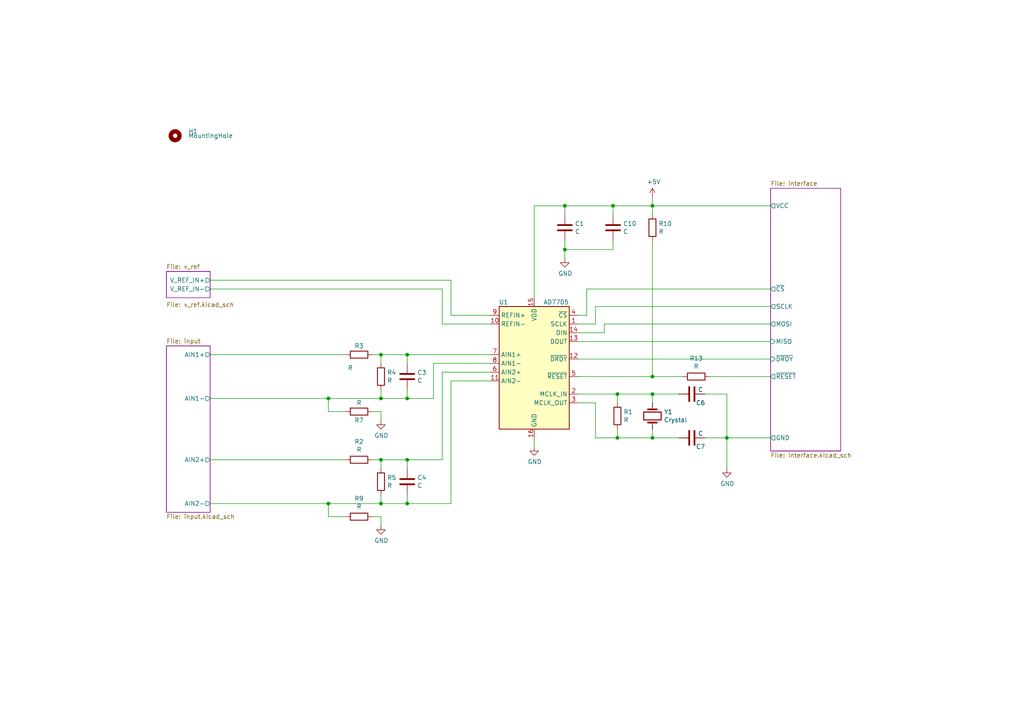
<source format=kicad_sch>
(kicad_sch (version 20200714) (host eeschema "(5.99.0-2364-g42a2f1346)")
  (page 1 4)
  (paper "A4")
  (title_block (title "AD7705 Module") (date "2019-11-17") (rev "1") (company "Wild Workshop"))
  (lib_symbols
    (symbol "AD7705:AD7705"
      (property "Reference" "U" (at -8.89 19.05 0))
      (property "Value" "AD7705" (at 6.35 19.05 0))
      (symbol "AD7705_0_1"
        (rectangle (start -10.16 -17.78) (end 10.16 17.78) (stroke (width 0.254)) (fill (type background)))
        (pin input line (at 12.7 12.7 180) (length 2.54) (name "SCLK") (number "1"))
        (pin input line (at -12.7 12.7 0) (length 2.54) (name "REFIN-") (number "10"))
        (pin input line (at -12.7 -3.81 0) (length 2.54) (name "AIN2-") (number "11"))
        (pin output line (at 12.7 2.54 180) (length 2.54) (name "~DRDY") (number "12"))
        (pin input line (at 12.7 7.62 180) (length 2.54) (name "DOUT") (number "13"))
        (pin input line (at 12.7 10.16 180) (length 2.54) (name "DIN") (number "14"))
        (pin power_in line (at 0 20.32 270) (length 2.54) (name "VDD") (number "15"))
        (pin power_in line (at 0 -20.32 90) (length 2.54) (name "GND") (number "16"))
        (pin input line (at 12.7 -7.62 180) (length 2.54) (name "MCLK_IN") (number "2"))
        (pin output line (at 12.7 -10.16 180) (length 2.54) (name "MCLK_OUT") (number "3"))
        (pin input line (at 12.7 15.24 180) (length 2.54) (name "~CS") (number "4"))
        (pin input line (at 12.7 -2.54 180) (length 2.54) (name "~RESET") (number "5"))
        (pin input line (at -12.7 -1.27 0) (length 2.54) (name "AIN2+") (number "6"))
        (pin input line (at -12.7 3.81 0) (length 2.54) (name "AIN1+") (number "7"))
        (pin input line (at -12.7 1.27 0) (length 2.54) (name "AIN1-") (number "8"))
        (pin input line (at -12.7 15.24 0) (length 2.54) (name "REFIN+") (number "9"))
      )
    )
    (symbol "Device:C" (pin_numbers hide) (pin_names (offset 0.254))
      (property "Reference" "C" (at 0.635 2.54 0))
      (property "Value" "C" (at 0.635 -2.54 0))
      (symbol "C_0_1"
        (polyline (pts (xy -2.032 -0.762) (xy 2.032 -0.762)) (stroke (width 0.508)))
        (polyline (pts (xy -2.032 0.762) (xy 2.032 0.762)) (stroke (width 0.508)))
      )
      (symbol "C_1_1"
        (pin passive line (at 0 3.81 270) (length 2.794) (name "~") (number "1"))
        (pin passive line (at 0 -3.81 90) (length 2.794) (name "~") (number "2"))
      )
    )
    (symbol "Device:Crystal" (pin_numbers hide) (pin_names hide)
      (property "Reference" "Y" (at 0 3.81 0))
      (property "Value" "Crystal" (at 0 -3.81 0))
      (symbol "Crystal_0_1"
        (rectangle (start -1.143 2.54) (end 1.143 -2.54) (stroke (width 0.3048)))
        (polyline (pts (xy -2.54 0) (xy -1.905 0)))
        (polyline (pts (xy -1.905 -1.27) (xy -1.905 1.27)) (stroke (width 0.508)))
        (polyline (pts (xy 1.905 -1.27) (xy 1.905 1.27)) (stroke (width 0.508)))
        (polyline (pts (xy 2.54 0) (xy 1.905 0)))
      )
      (symbol "Crystal_1_1"
        (pin passive line (at -3.81 0 0) (length 1.27) (name "1") (number "1"))
        (pin passive line (at 3.81 0 180) (length 1.27) (name "2") (number "2"))
      )
    )
    (symbol "Device:R" (pin_numbers hide) (pin_names (offset 0))
      (property "Reference" "R" (at 2.032 0 90))
      (property "Value" "R" (at 0 0 90))
      (symbol "R_0_1"
        (rectangle (start -1.016 -2.54) (end 1.016 2.54) (stroke (width 0.254)))
      )
      (symbol "R_1_1"
        (pin passive line (at 0 3.81 270) (length 1.27) (name "~") (number "1"))
        (pin passive line (at 0 -3.81 90) (length 1.27) (name "~") (number "2"))
      )
    )
    (symbol "Mechanical:MountingHole"
      (property "Reference" "H" (at 0 5.08 0))
      (property "Value" "MountingHole" (at 0 3.175 0))
      (symbol "MountingHole_0_1"
        (circle (center 0 0) (radius 1.27) (stroke (width 1.27)))
      )
    )
    (symbol "power:+5V" (power) (pin_names (offset 0))
      (property "Value" "+5V" (at 0 3.556 0))
      (symbol "+5V_0_1"
        (polyline (pts (xy -0.762 1.27) (xy 0 2.54)))
        (polyline (pts (xy 0 0) (xy 0 2.54)))
        (polyline (pts (xy 0 2.54) (xy 0.762 1.27)))
      )
      (symbol "+5V_1_1"
        (pin power_in line (at 0 0 90) (length 0) hide (name "+5V") (number "1"))
      )
    )
    (symbol "power:GND" (power) (pin_names (offset 0))
      (property "Value" "GND" (at 0 -3.81 0))
      (symbol "GND_0_1"
        (polyline (pts (xy 0 0) (xy 0 -1.27) (xy 1.27 -1.27) (xy 0 -2.54) (xy -1.27 -1.27) (xy 0 -1.27)))
      )
      (symbol "GND_1_1"
        (pin power_in line (at 0 0 270) (length 0) hide (name "GND") (number "1"))
      )
    )
  )
  (junction (at 95.25 115.57))
  (junction (at 95.25 146.05))
  (junction (at 110.49 102.87))
  (junction (at 110.49 115.57))
  (junction (at 110.49 133.35))
  (junction (at 110.49 146.05))
  (junction (at 118.11 102.87))
  (junction (at 118.11 115.57))
  (junction (at 118.11 133.35))
  (junction (at 118.11 146.05))
  (junction (at 163.83 59.69))
  (junction (at 163.83 72.39))
  (junction (at 177.8 59.69))
  (junction (at 179.07 114.3))
  (junction (at 179.07 127))
  (junction (at 189.23 59.69))
  (junction (at 189.23 109.22))
  (junction (at 189.23 114.3))
  (junction (at 189.23 127))
  (junction (at 210.82 127))
  (wire (pts (xy 60.96 115.57) (xy 95.25 115.57)))
  (wire (pts (xy 60.96 146.05) (xy 95.25 146.05)))
  (wire (pts (xy 95.25 115.57) (xy 110.49 115.57)))
  (wire (pts (xy 95.25 119.38) (xy 95.25 115.57)))
  (wire (pts (xy 95.25 146.05) (xy 95.25 149.86)))
  (wire (pts (xy 95.25 146.05) (xy 110.49 146.05)))
  (wire (pts (xy 95.25 149.86) (xy 100.33 149.86)))
  (wire (pts (xy 100.33 102.87) (xy 60.96 102.87)))
  (wire (pts (xy 100.33 119.38) (xy 95.25 119.38)))
  (wire (pts (xy 100.33 133.35) (xy 60.96 133.35)))
  (wire (pts (xy 107.95 102.87) (xy 110.49 102.87)))
  (wire (pts (xy 107.95 119.38) (xy 110.49 119.38)))
  (wire (pts (xy 107.95 133.35) (xy 110.49 133.35)))
  (wire (pts (xy 107.95 149.86) (xy 110.49 149.86)))
  (wire (pts (xy 110.49 102.87) (xy 110.49 105.41)))
  (wire (pts (xy 110.49 102.87) (xy 118.11 102.87)))
  (wire (pts (xy 110.49 113.03) (xy 110.49 115.57)))
  (wire (pts (xy 110.49 119.38) (xy 110.49 121.92)))
  (wire (pts (xy 110.49 133.35) (xy 110.49 135.89)))
  (wire (pts (xy 110.49 133.35) (xy 118.11 133.35)))
  (wire (pts (xy 110.49 143.51) (xy 110.49 146.05)))
  (wire (pts (xy 110.49 149.86) (xy 110.49 152.4)))
  (wire (pts (xy 118.11 102.87) (xy 118.11 105.41)))
  (wire (pts (xy 118.11 102.87) (xy 142.24 102.87)))
  (wire (pts (xy 118.11 113.03) (xy 118.11 115.57)))
  (wire (pts (xy 118.11 115.57) (xy 110.49 115.57)))
  (wire (pts (xy 118.11 115.57) (xy 125.73 115.57)))
  (wire (pts (xy 118.11 133.35) (xy 118.11 135.89)))
  (wire (pts (xy 118.11 133.35) (xy 128.27 133.35)))
  (wire (pts (xy 118.11 143.51) (xy 118.11 146.05)))
  (wire (pts (xy 118.11 146.05) (xy 110.49 146.05)))
  (wire (pts (xy 118.11 146.05) (xy 130.81 146.05)))
  (wire (pts (xy 125.73 105.41) (xy 142.24 105.41)))
  (wire (pts (xy 125.73 115.57) (xy 125.73 105.41)))
  (wire (pts (xy 128.27 83.82) (xy 60.96 83.82)))
  (wire (pts (xy 128.27 93.98) (xy 128.27 83.82)))
  (wire (pts (xy 128.27 107.95) (xy 128.27 133.35)))
  (wire (pts (xy 130.81 81.28) (xy 60.96 81.28)))
  (wire (pts (xy 130.81 91.44) (xy 130.81 81.28)))
  (wire (pts (xy 130.81 91.44) (xy 142.24 91.44)))
  (wire (pts (xy 130.81 110.49) (xy 142.24 110.49)))
  (wire (pts (xy 130.81 146.05) (xy 130.81 110.49)))
  (wire (pts (xy 142.24 93.98) (xy 128.27 93.98)))
  (wire (pts (xy 142.24 107.95) (xy 128.27 107.95)))
  (wire (pts (xy 154.94 59.69) (xy 154.94 86.36)))
  (wire (pts (xy 154.94 127) (xy 154.94 129.54)))
  (wire (pts (xy 163.83 59.69) (xy 154.94 59.69)))
  (wire (pts (xy 163.83 59.69) (xy 163.83 62.23)))
  (wire (pts (xy 163.83 72.39) (xy 163.83 69.85)))
  (wire (pts (xy 163.83 72.39) (xy 163.83 74.93)))
  (wire (pts (xy 163.83 72.39) (xy 177.8 72.39)))
  (wire (pts (xy 167.64 93.98) (xy 172.72 93.98)))
  (wire (pts (xy 167.64 96.52) (xy 175.26 96.52)))
  (wire (pts (xy 167.64 99.06) (xy 223.52 99.06)))
  (wire (pts (xy 167.64 104.14) (xy 223.52 104.14)))
  (wire (pts (xy 167.64 114.3) (xy 179.07 114.3)))
  (wire (pts (xy 167.64 116.84) (xy 172.72 116.84)))
  (wire (pts (xy 170.18 83.82) (xy 170.18 91.44)))
  (wire (pts (xy 170.18 91.44) (xy 167.64 91.44)))
  (wire (pts (xy 172.72 88.9) (xy 223.52 88.9)))
  (wire (pts (xy 172.72 93.98) (xy 172.72 88.9)))
  (wire (pts (xy 172.72 116.84) (xy 172.72 127)))
  (wire (pts (xy 172.72 127) (xy 179.07 127)))
  (wire (pts (xy 175.26 93.98) (xy 223.52 93.98)))
  (wire (pts (xy 175.26 96.52) (xy 175.26 93.98)))
  (wire (pts (xy 177.8 59.69) (xy 163.83 59.69)))
  (wire (pts (xy 177.8 59.69) (xy 177.8 62.23)))
  (wire (pts (xy 177.8 72.39) (xy 177.8 69.85)))
  (wire (pts (xy 179.07 114.3) (xy 179.07 116.84)))
  (wire (pts (xy 179.07 114.3) (xy 189.23 114.3)))
  (wire (pts (xy 179.07 127) (xy 179.07 124.46)))
  (wire (pts (xy 179.07 127) (xy 189.23 127)))
  (wire (pts (xy 189.23 57.15) (xy 189.23 59.69)))
  (wire (pts (xy 189.23 59.69) (xy 177.8 59.69)))
  (wire (pts (xy 189.23 59.69) (xy 223.52 59.69)))
  (wire (pts (xy 189.23 62.23) (xy 189.23 59.69)))
  (wire (pts (xy 189.23 69.85) (xy 189.23 109.22)))
  (wire (pts (xy 189.23 109.22) (xy 167.64 109.22)))
  (wire (pts (xy 189.23 109.22) (xy 198.12 109.22)))
  (wire (pts (xy 189.23 114.3) (xy 189.23 116.84)))
  (wire (pts (xy 189.23 114.3) (xy 196.85 114.3)))
  (wire (pts (xy 189.23 127) (xy 189.23 124.46)))
  (wire (pts (xy 189.23 127) (xy 196.85 127)))
  (wire (pts (xy 205.74 109.22) (xy 223.52 109.22)))
  (wire (pts (xy 210.82 114.3) (xy 204.47 114.3)))
  (wire (pts (xy 210.82 114.3) (xy 210.82 127)))
  (wire (pts (xy 210.82 127) (xy 204.47 127)))
  (wire (pts (xy 210.82 127) (xy 210.82 135.89)))
  (wire (pts (xy 210.82 127) (xy 223.52 127)))
  (wire (pts (xy 223.52 83.82) (xy 170.18 83.82)))
  (symbol (lib_id "power:+5V") (at 189.23 57.15 0) (unit 1)
    (property "Reference" "#PWR0102" (effects hide))
    (property "Value" "+5V" (at 189.611 52.7558 0))
  )
  (symbol (lib_id "power:GND") (at 110.49 121.92 0) (unit 1)
    (property "Reference" "#PWR0106" (effects hide))
    (property "Value" "GND" (at 110.617 126.3142 0))
  )
  (symbol (lib_id "power:GND") (at 110.49 152.4 0) (unit 1)
    (property "Reference" "#PWR0105" (effects hide))
    (property "Value" "GND" (at 110.617 156.7942 0))
  )
  (symbol (lib_id "power:GND") (at 154.94 129.54 0) (unit 1)
    (property "Reference" "#PWR0101" (effects hide))
    (property "Value" "GND" (at 155.067 133.9342 0))
  )
  (symbol (lib_id "power:GND") (at 163.83 74.93 0) (unit 1)
    (property "Reference" "#PWR0103" (effects hide))
    (property "Value" "GND" (at 163.957 79.3242 0))
  )
  (symbol (lib_id "power:GND") (at 210.82 135.89 0) (unit 1)
    (property "Reference" "#PWR0104" (effects hide))
    (property "Value" "GND" (at 210.947 140.2842 0))
  )
  (symbol (lib_id "Mechanical:MountingHole") (at 50.8 39.37 0) (unit 1)
    (property "Reference" "H1" (at 54.61 38.1 0) (effects (justify left)))
    (property "Value" "MountingHole" (at 54.61 39.37 0) (effects (justify left)))
    (property "Footprint" "MountingHole:MountingHole_2.2mm_M2_ISO7380" (effects hide))
  )
  (symbol (lib_id "Device:R") (at 104.14 102.87 90) (unit 1)
    (property "Reference" "R3" (at 104.14 100.33 90))
    (property "Value" "R" (at 101.6 106.68 90))
    (property "Footprint" "Resistor_SMD:R_0603_1608Metric" (effects hide))
  )
  (symbol (lib_id "Device:R") (at 104.14 119.38 270) (unit 1)
    (property "Reference" "R7" (at 104.14 121.92 90))
    (property "Value" "R" (at 104.14 116.84 90))
    (property "Footprint" "Resistor_SMD:R_0603_1608Metric" (effects hide))
  )
  (symbol (lib_id "Device:R") (at 104.14 133.35 90) (unit 1)
    (property "Reference" "R2" (at 104.14 128.092 90))
    (property "Value" "R" (at 104.14 130.4036 90))
    (property "Footprint" "Resistor_SMD:R_0603_1608Metric" (effects hide))
  )
  (symbol (lib_id "Device:R") (at 104.14 149.86 270) (unit 1)
    (property "Reference" "R9" (at 104.14 144.602 90))
    (property "Value" "R" (at 104.14 146.9136 90))
    (property "Footprint" "Resistor_SMD:R_0603_1608Metric" (effects hide))
  )
  (symbol (lib_id "Device:R") (at 110.49 109.22 0) (unit 1)
    (property "Reference" "R4" (at 112.268 108.052 0) (effects (justify left)))
    (property "Value" "R" (at 112.268 110.363 0) (effects (justify left)))
    (property "Footprint" "Resistor_SMD:R_0603_1608Metric" (effects hide))
  )
  (symbol (lib_id "Device:R") (at 110.49 139.7 0) (unit 1)
    (property "Reference" "R5" (at 112.268 138.532 0) (effects (justify left)))
    (property "Value" "R" (at 112.268 140.843 0) (effects (justify left)))
    (property "Footprint" "Resistor_SMD:R_0603_1608Metric" (effects hide))
  )
  (symbol (lib_id "Device:R") (at 179.07 120.65 0) (unit 1)
    (property "Reference" "R1" (at 180.848 119.482 0) (effects (justify left)))
    (property "Value" "R" (at 180.848 121.793 0) (effects (justify left)))
    (property "Footprint" "Resistor_SMD:R_0603_1608Metric" (effects hide))
  )
  (symbol (lib_id "Device:R") (at 189.23 66.04 0) (unit 1)
    (property "Reference" "R10" (at 191.008 64.872 0) (effects (justify left)))
    (property "Value" "R" (at 191.008 67.183 0) (effects (justify left)))
    (property "Footprint" "Resistor_SMD:R_0603_1608Metric" (effects hide))
  )
  (symbol (lib_id "Device:R") (at 201.93 109.22 270) (unit 1)
    (property "Reference" "R13" (at 201.93 103.962 90))
    (property "Value" "R" (at 201.93 106.2736 90))
    (property "Footprint" "Resistor_SMD:R_0603_1608Metric" (effects hide))
  )
  (symbol (lib_id "Device:C") (at 118.11 109.22 180) (unit 1)
    (property "Reference" "C3" (at 121.031 108.052 0) (effects (justify right)))
    (property "Value" "C" (at 121.031 110.363 0) (effects (justify right)))
    (property "Footprint" "Capacitor_SMD:C_0603_1608Metric" (effects hide))
  )
  (symbol (lib_id "Device:C") (at 118.11 139.7 180) (unit 1)
    (property "Reference" "C4" (at 121.031 138.532 0) (effects (justify right)))
    (property "Value" "C" (at 121.031 140.843 0) (effects (justify right)))
    (property "Footprint" "Capacitor_SMD:C_0603_1608Metric" (effects hide))
  )
  (symbol (lib_id "Device:C") (at 163.83 66.04 0) (unit 1)
    (property "Reference" "C1" (at 166.751 64.872 0) (effects (justify left)))
    (property "Value" "C" (at 166.751 67.183 0) (effects (justify left)))
    (property "Footprint" "Capacitor_SMD:C_0603_1608Metric" (effects hide))
  )
  (symbol (lib_id "Device:C") (at 177.8 66.04 0) (unit 1)
    (property "Reference" "C10" (at 180.721 64.872 0) (effects (justify left)))
    (property "Value" "C" (at 180.721 67.183 0) (effects (justify left)))
    (property "Footprint" "Capacitor_SMD:C_0603_1608Metric" (effects hide))
  )
  (symbol (lib_id "Device:C") (at 200.66 114.3 270) (unit 1)
    (property "Reference" "C6" (at 203.2 116.84 90))
    (property "Value" "C" (at 203.2 113.03 90))
    (property "Footprint" "Capacitor_SMD:C_0603_1608Metric" (effects hide))
  )
  (symbol (lib_id "Device:C") (at 200.66 127 270) (unit 1)
    (property "Reference" "C7" (at 203.2 129.54 90))
    (property "Value" "C" (at 203.2 125.73 90))
    (property "Footprint" "Capacitor_SMD:C_0603_1608Metric" (effects hide))
  )
  (symbol (lib_id "Device:Crystal") (at 189.23 120.65 270) (unit 1)
    (property "Reference" "Y1" (at 192.5574 119.4816 90) (effects (justify left)))
    (property "Value" "Crystal" (at 192.5574 121.793 90) (effects (justify left)))
    (property "Footprint" "Crystal:Crystal_HC49-4H_Vertical" (effects hide))
  )
  (symbol (lib_id "AD7705:AD7705") (at 154.94 106.68 0) (unit 1)
    (property "Reference" "U1" (at 146.05 87.63 0))
    (property "Value" "AD7705" (at 161.29 87.63 0))
    (property "Footprint" "Package_SO:SOIC-16_4.55x10.3mm_P1.27mm" (effects hide))
  )
  (sheet (at 48.26 100.33) (size 12.7 48.26) (stroke (width 0) (color 132 0 132 1)) (fill (color 255 255 255 0.0000))
    (property "Имя листа" "input" (at 48.26 99.6945 0) (effects (justify left bottom)))
    (property "Sheet file" "input.kicad_sch" (at 48.26 149.0985 0) (effects (justify left top)))
    (pin "AIN1+" output (at 60.96 102.87 0))
    (pin "AIN1-" output (at 60.96 115.57 0))
    (pin "AIN2+" output (at 60.96 133.35 0))
    (pin "AIN2-" output (at 60.96 146.05 0))
  )
  (sheet (at 223.52 54.61) (size 20.32 76.2) (stroke (width 0) (color 132 0 132 1)) (fill (color 255 255 255 0.0000))
    (property "Имя листа" "interface" (at 223.52 53.9745 0) (effects (justify left bottom)))
    (property "Sheet file" "interface.kicad_sch" (at 223.52 131.3185 0) (effects (justify left top)))
    (pin "~DRDY" input (at 223.52 104.14 180))
    (pin "MISO" input (at 223.52 99.06 180))
    (pin "~CS" output (at 223.52 83.82 180))
    (pin "VCC" output (at 223.52 59.69 180))
    (pin "SCLK" output (at 223.52 88.9 180))
    (pin "MOSI" output (at 223.52 93.98 180))
    (pin "~RESET" output (at 223.52 109.22 180))
    (pin "GND" output (at 223.52 127 180))
  )
  (sheet (at 48.26 78.74) (size 12.7 7.62) (stroke (width 0) (color 132 0 132 1)) (fill (color 255 255 255 0.0000))
    (property "Имя листа" "v_ref" (at 48.26 78.1045 0) (effects (justify left bottom)))
    (property "Sheet file" "v_ref.kicad_sch" (at 48.26 87.63 0) (effects (justify left top)))
    (pin "V_REF_IN+" output (at 60.96 81.28 0))
    (pin "V_REF_IN-" output (at 60.96 83.82 0))
  )
)
</source>
